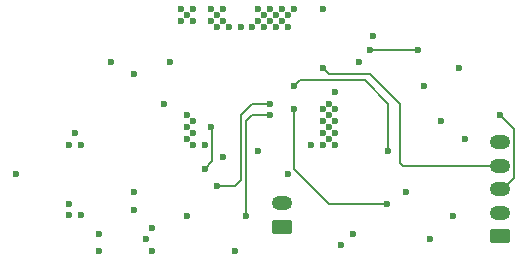
<source format=gbr>
%TF.GenerationSoftware,KiCad,Pcbnew,9.0.7+1*%
%TF.CreationDate,Date%
%TF.ProjectId,Test_5,54657374-5f35-42e6-9b69-6361645f7063,NO_TAG+ (Unreleased)*%
%TF.SameCoordinates,Original*%
%TF.FileFunction,Copper,L2,Inr*%
%TF.FilePolarity,Positive*%
%FSLAX46Y46*%
G04 Gerber Fmt 4.6, Leading zero omitted, Abs format (unit mm)*
G04 Created by KiCad*
%MOMM*%
%LPD*%
G01*
G04 APERTURE LIST*
G04 Aperture macros list*
%AMRoundRect*
0 Rectangle with rounded corners*
0 $1 Rounding radius*
0 $2 $3 $4 $5 $6 $7 $8 $9 X,Y pos of 4 corners*
0 Add a 4 corners polygon primitive as box body*
4,1,4,$2,$3,$4,$5,$6,$7,$8,$9,$2,$3,0*
0 Add four circle primitives for the rounded corners*
1,1,$1+$1,$2,$3*
1,1,$1+$1,$4,$5*
1,1,$1+$1,$6,$7*
1,1,$1+$1,$8,$9*
0 Add four rect primitives between the rounded corners*
20,1,$1+$1,$2,$3,$4,$5,0*
20,1,$1+$1,$4,$5,$6,$7,0*
20,1,$1+$1,$6,$7,$8,$9,0*
20,1,$1+$1,$8,$9,$2,$3,0*%
G04 Aperture macros list end*
%TA.AperFunction,ComponentPad*%
%ADD10RoundRect,0.250000X0.625000X-0.350000X0.625000X0.350000X-0.625000X0.350000X-0.625000X-0.350000X0*%
%TD*%
%TA.AperFunction,ComponentPad*%
%ADD11O,1.750000X1.200000*%
%TD*%
%TA.AperFunction,ViaPad*%
%ADD12C,0.600000*%
%TD*%
%TA.AperFunction,Conductor*%
%ADD13C,0.200000*%
%TD*%
G04 APERTURE END LIST*
D10*
%TO.N,VBUS*%
%TO.C,J2*%
X43500000Y2750000D03*
D11*
%TO.N,/Project Architecture/Power and Interface/CHARGE_LED_IO*%
X43500000Y4750000D03*
%TO.N,/Project Architecture/Power and Interface/PAIR_LED_IO*%
X43500000Y6750000D03*
%TO.N,/Project Architecture/BLE Controller/~{PAIR_SW}*%
X43500000Y8750000D03*
%TO.N,GND*%
X43500000Y10750000D03*
%TD*%
D10*
%TO.N,Net-(J1-Pin_1)*%
%TO.C,J1*%
X25050000Y3550000D03*
D11*
%TO.N,GND*%
X25050000Y5550000D03*
%TD*%
D12*
%TO.N,GND*%
X17500000Y21000000D03*
X20000000Y21000000D03*
X29500000Y15000000D03*
X24000000Y21000000D03*
X21500000Y20500000D03*
X23000000Y22000000D03*
X12500000Y5000000D03*
X31000000Y3000000D03*
X17000000Y13000000D03*
X29500000Y13500000D03*
X28500000Y12500000D03*
X25000000Y21000000D03*
X28500000Y10500000D03*
X17000000Y11000000D03*
X25000000Y22000000D03*
X23000000Y21000000D03*
X17500000Y12500000D03*
X20500000Y20500000D03*
X29500000Y11500000D03*
X17500000Y22000000D03*
X28500000Y22000000D03*
X37500000Y2500000D03*
X17500000Y11500000D03*
X19500000Y20500000D03*
X22500000Y20500000D03*
X17000000Y21500000D03*
X9500000Y1500000D03*
X29500000Y10500000D03*
X24500000Y21500000D03*
X14000000Y3500000D03*
X28500000Y11500000D03*
X19000000Y21000000D03*
X25500000Y21500000D03*
X19500000Y21500000D03*
X29000000Y13000000D03*
X24500000Y20500000D03*
X28500000Y13500000D03*
X19000000Y22000000D03*
X27500000Y10500000D03*
X23500000Y21500000D03*
X7000000Y4525000D03*
X26000000Y22000000D03*
X15000000Y14000000D03*
X16500000Y22000000D03*
X29500000Y12500000D03*
X35500000Y6500000D03*
X29000000Y11000000D03*
X25500000Y20500000D03*
X29000000Y12000000D03*
X6975000Y10525000D03*
X17000000Y12000000D03*
X17500000Y10500000D03*
X9500000Y3000000D03*
X18500000Y10500000D03*
X29000000Y14000000D03*
X23500000Y20500000D03*
X8000000Y4525000D03*
X16500000Y21000000D03*
X24000000Y22000000D03*
X20000000Y22000000D03*
%TO.N,+3.3V*%
X2500000Y8000000D03*
X40000000Y17000000D03*
X31500000Y17500000D03*
X23000000Y10000000D03*
X12500000Y6500000D03*
X15500000Y17500000D03*
X39500000Y4500000D03*
X40500000Y11000000D03*
X21000000Y1500000D03*
X10500000Y17500000D03*
%TO.N,VDD*%
X30000000Y2000000D03*
X25500000Y8000000D03*
X13500000Y2500000D03*
X38500000Y12500000D03*
%TO.N,Net-(J1-Pin_1)*%
X14000000Y1500000D03*
%TO.N,/Project Architecture/Power and Interface/PAIR_LED_IO*%
X43500000Y13000000D03*
%TO.N,/Project Architecture/BLE Controller/~{PAIR_SW}*%
X28500000Y17000000D03*
%TO.N,/Project Architecture/Power and Interface/SWDIO*%
X32750000Y19750000D03*
%TO.N,/Project Architecture/Power and Interface/SWDCLK*%
X37000000Y15500000D03*
%TO.N,/Project Architecture/Power and Interface/~{RESET}*%
X33995000Y10005000D03*
X26000000Y15500000D03*
%TO.N,/Project Architecture/Load Cell Amp/EXC+*%
X12500000Y16500000D03*
%TO.N,/Project Architecture/Power and Interface/STAT*%
X26000000Y13500000D03*
X33862500Y5500000D03*
%TO.N,/Project Architecture/BLE Controller/~{PAIR_LED}*%
X32500000Y18500000D03*
X36500000Y18500000D03*
%TO.N,Net-(U1A--)*%
X7000000Y5500000D03*
%TO.N,/Project Architecture/BLE Controller/LOAD_CELL*%
X20050000Y9500000D03*
%TO.N,/Project Architecture/BLE Controller/SDA*%
X24000000Y14000000D03*
X19500000Y7000000D03*
%TO.N,/Project Architecture/BLE Controller/SCL*%
X24000000Y13000000D03*
X22000000Y4500000D03*
%TO.N,/Project Architecture/BLE Controller/~{BATT_INT}*%
X19000000Y12000000D03*
X17000000Y4500000D03*
X18500000Y8500000D03*
%TO.N,/Project Architecture/Load Cell Amp/SIG-*%
X8025000Y10525000D03*
%TO.N,/Project Architecture/Load Cell Amp/SIG+*%
X7500000Y11500000D03*
%TD*%
D13*
%TO.N,/Project Architecture/Power and Interface/PAIR_LED_IO*%
X44676000Y7676000D02*
X44676000Y11824000D01*
X44676000Y11824000D02*
X43500000Y13000000D01*
X43500000Y6750000D02*
X43750000Y6750000D01*
X43750000Y6750000D02*
X44676000Y7676000D01*
%TO.N,/Project Architecture/BLE Controller/~{PAIR_SW}*%
X35000000Y14000000D02*
X35000000Y9000000D01*
X35250000Y8750000D02*
X43500000Y8750000D01*
X28500000Y17000000D02*
X29000000Y16500000D01*
X29000000Y16500000D02*
X32500000Y16500000D01*
X35000000Y9000000D02*
X35250000Y8750000D01*
X32500000Y16500000D02*
X35000000Y14000000D01*
%TO.N,/Project Architecture/Power and Interface/~{RESET}*%
X26500000Y16000000D02*
X26000000Y15500000D01*
X32000000Y16000000D02*
X26500000Y16000000D01*
X33995000Y10005000D02*
X33995000Y14005000D01*
X33995000Y14005000D02*
X32000000Y16000000D01*
%TO.N,/Project Architecture/Power and Interface/STAT*%
X29000000Y5500000D02*
X33862500Y5500000D01*
X26000000Y8500000D02*
X29000000Y5500000D01*
X26000000Y13500000D02*
X26000000Y8500000D01*
%TO.N,/Project Architecture/BLE Controller/~{PAIR_LED}*%
X32500000Y18500000D02*
X36500000Y18500000D01*
%TO.N,/Project Architecture/BLE Controller/SDA*%
X21500000Y7500000D02*
X21000000Y7000000D01*
X22500000Y14000000D02*
X21500000Y13000000D01*
X24000000Y14000000D02*
X22500000Y14000000D01*
X21000000Y7000000D02*
X19500000Y7000000D01*
X21500000Y13000000D02*
X21500000Y7500000D01*
%TO.N,/Project Architecture/BLE Controller/SCL*%
X24000000Y13000000D02*
X22500000Y13000000D01*
X22000000Y12500000D02*
X22000000Y4500000D01*
X22500000Y13000000D02*
X22000000Y12500000D01*
%TO.N,/Project Architecture/BLE Controller/~{BATT_INT}*%
X18500000Y8500000D02*
X19101000Y9101000D01*
X19101000Y11899000D02*
X19000000Y12000000D01*
X19101000Y9101000D02*
X19101000Y11899000D01*
%TD*%
M02*

</source>
